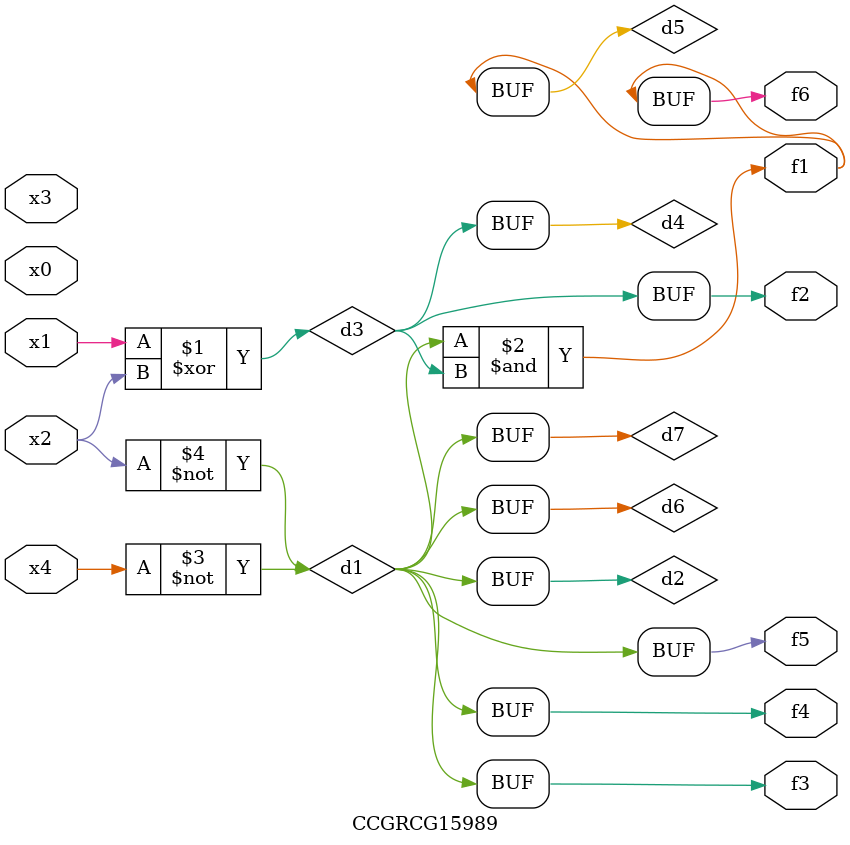
<source format=v>
module CCGRCG15989(
	input x0, x1, x2, x3, x4,
	output f1, f2, f3, f4, f5, f6
);

	wire d1, d2, d3, d4, d5, d6, d7;

	not (d1, x4);
	not (d2, x2);
	xor (d3, x1, x2);
	buf (d4, d3);
	and (d5, d1, d3);
	buf (d6, d1, d2);
	buf (d7, d2);
	assign f1 = d5;
	assign f2 = d4;
	assign f3 = d7;
	assign f4 = d7;
	assign f5 = d7;
	assign f6 = d5;
endmodule

</source>
